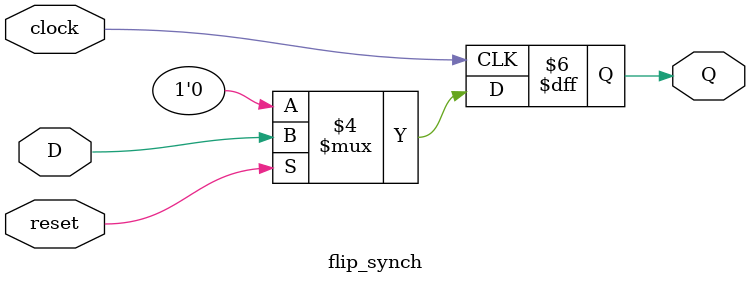
<source format=v>
module part1_v2(SW, LEDR, KEY);
  input [2:0] SW, KEY;
  output [9:0] LEDR;

  wire w, out;
  wire [8:0] y, Y;

  assign w = SW[1];
  assign Y[0] = 1;
  assign Y[1] = ~w & (~y[0] + y[8] + y[7] + y[6] + y[5]);
  assign Y[2] = ~w & (y[1]);
  assign Y[3] = ~w & (y[2]);
  assign Y[4] = ~w & (y[3]+ y[4]);
  assign Y[5] = w & (~y[0] + y[1] + y[2] + y[3] + y[4]);
  assign Y[6] = w & y[5];
  assign Y[7] = w & y[6];
  assign Y[8] = w & (y[7] + y[8]);

  assign out = y[4] + y[8];

  flip_synch A(Y[0], KEY[0], SW[0], y[0]);
  flip_synch B(Y[1], KEY[0], SW[0], y[1]);
  flip_synch C(Y[2], KEY[0], SW[0], y[2]);
  flip_synch D(Y[3], KEY[0], SW[0], y[3]);
  flip_synch E(Y[4], KEY[0], SW[0], y[4]);
  flip_synch F(Y[5], KEY[0], SW[0], y[5]);
  flip_synch G(Y[6], KEY[0], SW[0], y[6]);
  flip_synch H(Y[7], KEY[0], SW[0], y[7]);
  flip_synch I(Y[8], KEY[0], SW[0], y[8]);

  assign LEDR[8:0] = y[8:0];
  assign LEDR[9] = out;

endmodule

module flip_synch(D, clock, reset, Q);
  input D, clock, reset;
  output reg Q;

  always @(posedge clock)
  begin
    if (reset == 0)
      Q <= 1'b0;
    else
      Q <= D;
  end
endmodule

</source>
